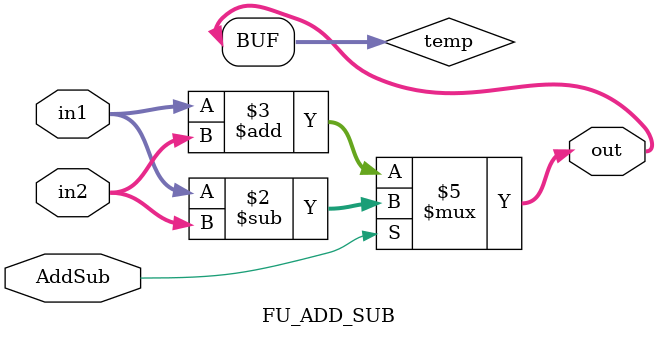
<source format=v>

module FU_ADD_SUB(AddSub, in1, in2, out);

	input AddSub;
	input [15:0] in1, in2;
	output [15:0] out;

	reg [15:0] temp;	

	always@(*)
	begin
		if(AddSub)
			temp = in1 - in2;
		else
			temp = in1 + in2;
	end
	
	assign out = temp;
	
endmodule

</source>
